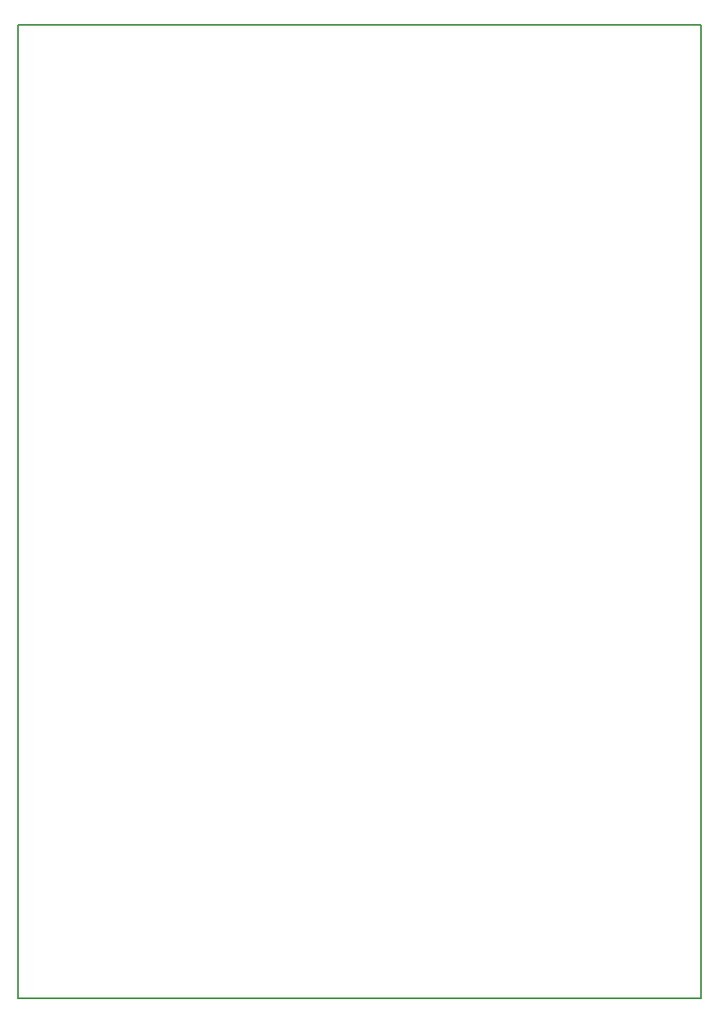
<source format=gbr>
G04 PROTEUS GERBER X2 FILE*
%TF.GenerationSoftware,Labcenter,Proteus,8.6-SP2-Build23525*%
%TF.CreationDate,2019-05-04T20:14:25+00:00*%
%TF.FileFunction,AssemblyDrawing,Bot*%
%TF.FilePolarity,Positive*%
%TF.Part,Single*%
%FSLAX45Y45*%
%MOMM*%
G01*
%TA.AperFunction,Profile*%
%ADD20C,0.203200*%
%TD.AperFunction*%
D20*
X-10400000Y-3430000D02*
X-3650000Y-3430000D01*
X-3650000Y+6180000D01*
X-10400000Y+6180000D01*
X-10400000Y-3430000D01*
M02*

</source>
